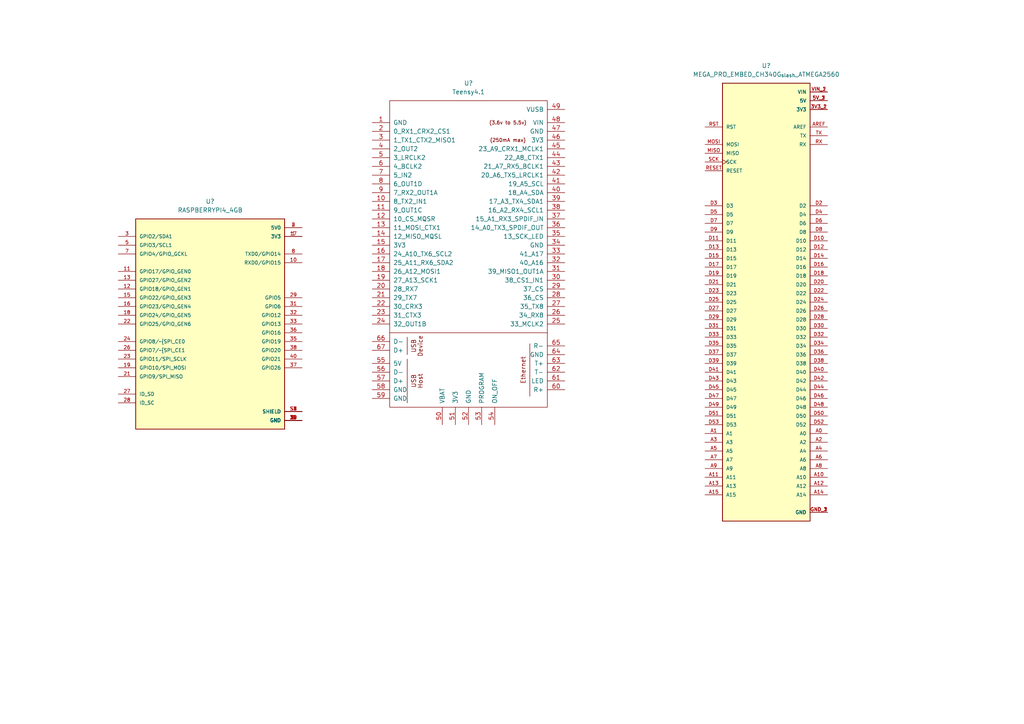
<source format=kicad_sch>
(kicad_sch (version 20211123) (generator eeschema)
  (paper "A4")
  (lib_symbols
    (symbol "MEGA_PRO_EMBED_CH340G___ATMEGA2560:MEGA_PRO_EMBED_CH340G_{slash}_ATMEGA2560" (pin_names (offset 1.016))
      (property "Reference" "U" (at -12.7 63.5 0))
      (property "Value" "MEGA_PRO_EMBED_CH340G_{slash}_ATMEGA2560" (at -12.7 -66.04 0))
      (symbol "MEGA_PRO_EMBED_CH340G_{slash}_ATMEGA2560_0_0"
        (rectangle (start -12.7 -63.5) (end 12.7 63.5) (stroke (width 0.254)) (fill (type background)))
        (pin power_in line (at 17.78 55.88 180) (length 5.08) (name "3V3") (number "3V3_1"))
        (pin power_in line (at 17.78 55.88 180) (length 5.08) (name "3V3") (number "3V3_2"))
        (pin power_in line (at 17.78 58.42 180) (length 5.08) (name "5V") (number "5V_1"))
        (pin power_in line (at 17.78 58.42 180) (length 5.08) (name "5V") (number "5V_2"))
        (pin power_in line (at 17.78 58.42 180) (length 5.08) (name "5V") (number "5V_3"))
        (pin bidirectional line (at 17.78 -38.1 180) (length 5.08) (name "A0") (number "A0"))
        (pin bidirectional line (at -17.78 -38.1 0) (length 5.08) (name "A1") (number "A1"))
        (pin bidirectional line (at 17.78 -50.8 180) (length 5.08) (name "A10") (number "A10"))
        (pin bidirectional line (at -17.78 -50.8 0) (length 5.08) (name "A11") (number "A11"))
        (pin bidirectional line (at 17.78 -53.34 180) (length 5.08) (name "A12") (number "A12"))
        (pin bidirectional line (at -17.78 -53.34 0) (length 5.08) (name "A13") (number "A13"))
        (pin bidirectional line (at 17.78 -55.88 180) (length 5.08) (name "A14") (number "A14"))
        (pin bidirectional line (at -17.78 -55.88 0) (length 5.08) (name "A15") (number "A15"))
        (pin bidirectional line (at 17.78 -40.64 180) (length 5.08) (name "A2") (number "A2"))
        (pin bidirectional line (at -17.78 -40.64 0) (length 5.08) (name "A3") (number "A3"))
        (pin bidirectional line (at 17.78 -43.18 180) (length 5.08) (name "A4") (number "A4"))
        (pin bidirectional line (at -17.78 -43.18 0) (length 5.08) (name "A5") (number "A5"))
        (pin bidirectional line (at 17.78 -45.72 180) (length 5.08) (name "A6") (number "A6"))
        (pin bidirectional line (at -17.78 -45.72 0) (length 5.08) (name "A7") (number "A7"))
        (pin bidirectional line (at 17.78 -48.26 180) (length 5.08) (name "A8") (number "A8"))
        (pin bidirectional line (at -17.78 -48.26 0) (length 5.08) (name "A9") (number "A9"))
        (pin bidirectional line (at 17.78 50.8 180) (length 5.08) (name "AREF") (number "AREF"))
        (pin bidirectional line (at 17.78 17.78 180) (length 5.08) (name "D10") (number "D10"))
        (pin bidirectional line (at -17.78 17.78 0) (length 5.08) (name "D11") (number "D11"))
        (pin bidirectional line (at 17.78 15.24 180) (length 5.08) (name "D12") (number "D12"))
        (pin bidirectional line (at -17.78 15.24 0) (length 5.08) (name "D13") (number "D13"))
        (pin bidirectional line (at 17.78 12.7 180) (length 5.08) (name "D14") (number "D14"))
        (pin bidirectional line (at -17.78 12.7 0) (length 5.08) (name "D15") (number "D15"))
        (pin bidirectional line (at 17.78 10.16 180) (length 5.08) (name "D16") (number "D16"))
        (pin bidirectional line (at -17.78 10.16 0) (length 5.08) (name "D17") (number "D17"))
        (pin bidirectional line (at 17.78 7.62 180) (length 5.08) (name "D18") (number "D18"))
        (pin bidirectional line (at -17.78 7.62 0) (length 5.08) (name "D19") (number "D19"))
        (pin bidirectional line (at 17.78 27.94 180) (length 5.08) (name "D2") (number "D2"))
        (pin bidirectional line (at 17.78 5.08 180) (length 5.08) (name "D20") (number "D20"))
        (pin bidirectional line (at -17.78 5.08 0) (length 5.08) (name "D21") (number "D21"))
        (pin bidirectional line (at 17.78 2.54 180) (length 5.08) (name "D22") (number "D22"))
        (pin bidirectional line (at -17.78 2.54 0) (length 5.08) (name "D23") (number "D23"))
        (pin bidirectional line (at 17.78 0 180) (length 5.08) (name "D24") (number "D24"))
        (pin bidirectional line (at -17.78 0 0) (length 5.08) (name "D25") (number "D25"))
        (pin bidirectional line (at 17.78 -2.54 180) (length 5.08) (name "D26") (number "D26"))
        (pin bidirectional line (at -17.78 -2.54 0) (length 5.08) (name "D27") (number "D27"))
        (pin bidirectional line (at 17.78 -5.08 180) (length 5.08) (name "D28") (number "D28"))
        (pin bidirectional line (at -17.78 -5.08 0) (length 5.08) (name "D29") (number "D29"))
        (pin bidirectional line (at -17.78 27.94 0) (length 5.08) (name "D3") (number "D3"))
        (pin bidirectional line (at 17.78 -7.62 180) (length 5.08) (name "D30") (number "D30"))
        (pin bidirectional line (at -17.78 -7.62 0) (length 5.08) (name "D31") (number "D31"))
        (pin bidirectional line (at 17.78 -10.16 180) (length 5.08) (name "D32") (number "D32"))
        (pin bidirectional line (at -17.78 -10.16 0) (length 5.08) (name "D33") (number "D33"))
        (pin bidirectional line (at 17.78 -12.7 180) (length 5.08) (name "D34") (number "D34"))
        (pin bidirectional line (at -17.78 -12.7 0) (length 5.08) (name "D35") (number "D35"))
        (pin bidirectional line (at 17.78 -15.24 180) (length 5.08) (name "D36") (number "D36"))
        (pin bidirectional line (at -17.78 -15.24 0) (length 5.08) (name "D37") (number "D37"))
        (pin bidirectional line (at 17.78 -17.78 180) (length 5.08) (name "D38") (number "D38"))
        (pin bidirectional line (at -17.78 -17.78 0) (length 5.08) (name "D39") (number "D39"))
        (pin bidirectional line (at 17.78 25.4 180) (length 5.08) (name "D4") (number "D4"))
        (pin bidirectional line (at 17.78 -20.32 180) (length 5.08) (name "D40") (number "D40"))
        (pin bidirectional line (at -17.78 -20.32 0) (length 5.08) (name "D41") (number "D41"))
        (pin bidirectional line (at 17.78 -22.86 180) (length 5.08) (name "D42") (number "D42"))
        (pin bidirectional line (at -17.78 -22.86 0) (length 5.08) (name "D43") (number "D43"))
        (pin bidirectional line (at 17.78 -25.4 180) (length 5.08) (name "D44") (number "D44"))
        (pin bidirectional line (at -17.78 -25.4 0) (length 5.08) (name "D45") (number "D45"))
        (pin bidirectional line (at 17.78 -27.94 180) (length 5.08) (name "D46") (number "D46"))
        (pin bidirectional line (at -17.78 -27.94 0) (length 5.08) (name "D47") (number "D47"))
        (pin bidirectional line (at 17.78 -30.48 180) (length 5.08) (name "D48") (number "D48"))
        (pin bidirectional line (at -17.78 -30.48 0) (length 5.08) (name "D49") (number "D49"))
        (pin bidirectional line (at -17.78 25.4 0) (length 5.08) (name "D5") (number "D5"))
        (pin bidirectional line (at 17.78 -33.02 180) (length 5.08) (name "D50") (number "D50"))
        (pin bidirectional line (at -17.78 -33.02 0) (length 5.08) (name "D51") (number "D51"))
        (pin bidirectional line (at 17.78 -35.56 180) (length 5.08) (name "D52") (number "D52"))
        (pin bidirectional line (at -17.78 -35.56 0) (length 5.08) (name "D53") (number "D53"))
        (pin bidirectional line (at 17.78 22.86 180) (length 5.08) (name "D6") (number "D6"))
        (pin bidirectional line (at -17.78 22.86 0) (length 5.08) (name "D7") (number "D7"))
        (pin bidirectional line (at 17.78 20.32 180) (length 5.08) (name "D8") (number "D8"))
        (pin bidirectional line (at -17.78 20.32 0) (length 5.08) (name "D9") (number "D9"))
        (pin power_in line (at 17.78 -60.96 180) (length 5.08) (name "GND") (number "GND_1"))
        (pin power_in line (at 17.78 -60.96 180) (length 5.08) (name "GND") (number "GND_2"))
        (pin power_in line (at 17.78 -60.96 180) (length 5.08) (name "GND") (number "GND_3"))
        (pin bidirectional line (at -17.78 43.18 0) (length 5.08) (name "MISO") (number "MISO"))
        (pin bidirectional line (at -17.78 45.72 0) (length 5.08) (name "MOSI") (number "MOSI"))
        (pin input line (at -17.78 38.1 0) (length 5.08) (name "RESET") (number "RESET"))
        (pin input line (at -17.78 50.8 0) (length 5.08) (name "RST") (number "RST"))
        (pin input line (at 17.78 45.72 180) (length 5.08) (name "RX") (number "RX"))
        (pin bidirectional clock (at -17.78 40.64 0) (length 5.08) (name "SCK") (number "SCK"))
        (pin output line (at 17.78 48.26 180) (length 5.08) (name "TX") (number "TX"))
        (pin power_in line (at 17.78 60.96 180) (length 5.08) (name "VIN") (number "VIN_1"))
        (pin power_in line (at 17.78 60.96 180) (length 5.08) (name "VIN") (number "VIN_2"))
      )
    )
    (symbol "RASPBERRYPI4_4GB:RASPBERRYPI4_4GB" (pin_names (offset 1.016))
      (property "Reference" "U" (at -22.86 27.94 0))
      (property "Value" "RASPBERRYPI4_4GB" (at -22.86 -37.465 0))
      (symbol "RASPBERRYPI4_4GB_0_0"
        (rectangle (start -22.86 -35.56) (end 20.32 25.4) (stroke (width 0.254)) (fill (type background)))
        (pin power_in line (at 25.4 20.32 180) (length 5.08) (name "3V3") (number "1"))
        (pin bidirectional line (at 25.4 12.7 180) (length 5.08) (name "RXD0/GPIO15") (number "10"))
        (pin bidirectional line (at -27.94 10.16 0) (length 5.08) (name "GPIO17/GPIO_GEN0") (number "11"))
        (pin bidirectional line (at -27.94 5.08 0) (length 5.08) (name "GPIO18/GPIO_GEN1") (number "12"))
        (pin bidirectional line (at -27.94 7.62 0) (length 5.08) (name "GPIO27/GPIO_GEN2") (number "13"))
        (pin power_in line (at 25.4 -33.02 180) (length 5.08) (name "GND") (number "14"))
        (pin bidirectional line (at -27.94 2.54 0) (length 5.08) (name "GPIO22/GPIO_GEN3") (number "15"))
        (pin bidirectional line (at -27.94 0 0) (length 5.08) (name "GPIO23/GPIO_GEN4") (number "16"))
        (pin power_in line (at 25.4 20.32 180) (length 5.08) (name "3V3") (number "17"))
        (pin bidirectional line (at -27.94 -2.54 0) (length 5.08) (name "GPIO24/GPIO_GEN5") (number "18"))
        (pin bidirectional line (at -27.94 -17.78 0) (length 5.08) (name "GPIO10/SPI_MOSI") (number "19"))
        (pin power_in line (at 25.4 22.86 180) (length 5.08) (name "5V0") (number "2"))
        (pin power_in line (at 25.4 -33.02 180) (length 5.08) (name "GND") (number "20"))
        (pin bidirectional line (at -27.94 -20.32 0) (length 5.08) (name "GPIO9/SPI_MISO") (number "21"))
        (pin bidirectional line (at -27.94 -5.08 0) (length 5.08) (name "GPIO25/GPIO_GEN6") (number "22"))
        (pin bidirectional line (at -27.94 -15.24 0) (length 5.08) (name "GPIO11/SPI_SCLK") (number "23"))
        (pin bidirectional line (at -27.94 -10.16 0) (length 5.08) (name "GPIO8/~{SPI_CE0~{}") (number "24"))
        (pin power_in line (at 25.4 -33.02 180) (length 5.08) (name "GND") (number "25"))
        (pin bidirectional line (at -27.94 -12.7 0) (length 5.08) (name "GPIO7/~{SPI_CE1~{}") (number "26"))
        (pin bidirectional line (at -27.94 -25.4 0) (length 5.08) (name "ID_SD") (number "27"))
        (pin bidirectional line (at -27.94 -27.94 0) (length 5.08) (name "ID_SC") (number "28"))
        (pin bidirectional line (at 25.4 2.54 180) (length 5.08) (name "GPIO5") (number "29"))
        (pin bidirectional line (at -27.94 20.32 0) (length 5.08) (name "GPIO2/SDA1") (number "3"))
        (pin power_in line (at 25.4 -33.02 180) (length 5.08) (name "GND") (number "30"))
        (pin bidirectional line (at 25.4 0 180) (length 5.08) (name "GPIO6") (number "31"))
        (pin bidirectional line (at 25.4 -2.54 180) (length 5.08) (name "GPIO12") (number "32"))
        (pin bidirectional line (at 25.4 -5.08 180) (length 5.08) (name "GPIO13") (number "33"))
        (pin power_in line (at 25.4 -33.02 180) (length 5.08) (name "GND") (number "34"))
        (pin bidirectional line (at 25.4 -10.16 180) (length 5.08) (name "GPIO19") (number "35"))
        (pin bidirectional line (at 25.4 -7.62 180) (length 5.08) (name "GPIO16") (number "36"))
        (pin bidirectional line (at 25.4 -17.78 180) (length 5.08) (name "GPIO26") (number "37"))
        (pin bidirectional line (at 25.4 -12.7 180) (length 5.08) (name "GPIO20") (number "38"))
        (pin power_in line (at 25.4 -33.02 180) (length 5.08) (name "GND") (number "39"))
        (pin power_in line (at 25.4 22.86 180) (length 5.08) (name "5V0") (number "4"))
        (pin bidirectional line (at 25.4 -15.24 180) (length 5.08) (name "GPIO21") (number "40"))
        (pin bidirectional line (at -27.94 17.78 0) (length 5.08) (name "GPIO3/SCL1") (number "5"))
        (pin power_in line (at 25.4 -33.02 180) (length 5.08) (name "GND") (number "6"))
        (pin bidirectional line (at -27.94 15.24 0) (length 5.08) (name "GPIO4/GPIO_GCKL") (number "7"))
        (pin bidirectional line (at 25.4 15.24 180) (length 5.08) (name "TXD0/GPIO14") (number "8"))
        (pin power_in line (at 25.4 -33.02 180) (length 5.08) (name "GND") (number "9"))
        (pin power_in line (at 25.4 -30.48 180) (length 5.08) (name "SHIELD") (number "S1"))
        (pin power_in line (at 25.4 -30.48 180) (length 5.08) (name "SHIELD") (number "S2"))
        (pin power_in line (at 25.4 -30.48 180) (length 5.08) (name "SHIELD") (number "S3"))
        (pin power_in line (at 25.4 -30.48 180) (length 5.08) (name "SHIELD") (number "S4"))
      )
    )
    (symbol "teensy:Teensy4.1" (pin_names (offset 1.016))
      (property "Reference" "U" (at 0 64.77 0))
      (property "Value" "Teensy4.1" (at 0 62.23 0))
      (symbol "Teensy4.1_0_0"
        (polyline (pts (xy -22.86 -6.35) (xy 22.86 -6.35)))
        (polyline (pts (xy -17.78 -26.67) (xy -17.78 -13.97)))
        (polyline (pts (xy -17.78 -7.62) (xy -17.78 -12.7)))
        (polyline (pts (xy 17.78 -9.525) (xy 17.78 -24.765)))
        (text "(250mA max)" (at 11.43 49.53 0) (effects (font (size 1.016 1.016))))
        (text "(3.6v to 5.5v)" (at 11.43 54.61 0) (effects (font (size 1.016 1.016))))
        (text "Device" (at -13.97 -10.16 900) (effects (font (size 1.27 1.27))))
        (text "Ethernet" (at 15.875 -17.145 900) (effects (font (size 1.27 1.27))))
        (text "Host" (at -13.97 -20.32 900) (effects (font (size 1.27 1.27))))
        (text "USB" (at -15.875 -20.32 900) (effects (font (size 1.27 1.27))))
        (text "USB" (at -15.875 -10.16 900) (effects (font (size 1.27 1.27))))
        (pin bidirectional line (at -27.94 31.75 0) (length 5.08) (name "8_TX2_IN1") (number "10"))
        (pin bidirectional line (at -27.94 29.21 0) (length 5.08) (name "9_OUT1C") (number "11"))
        (pin bidirectional line (at -27.94 26.67 0) (length 5.08) (name "10_CS_MQSR") (number "12"))
        (pin bidirectional line (at -27.94 24.13 0) (length 5.08) (name "11_MOSI_CTX1") (number "13"))
        (pin bidirectional line (at -27.94 21.59 0) (length 5.08) (name "12_MISO_MQSL") (number "14"))
        (pin power_in line (at -27.94 19.05 0) (length 5.08) (name "3V3") (number "15"))
        (pin bidirectional line (at -27.94 16.51 0) (length 5.08) (name "24_A10_TX6_SCL2") (number "16"))
        (pin bidirectional line (at -27.94 13.97 0) (length 5.08) (name "25_A11_RX6_SDA2") (number "17"))
        (pin bidirectional line (at -27.94 11.43 0) (length 5.08) (name "26_A12_MOSI1") (number "18"))
        (pin bidirectional line (at -27.94 8.89 0) (length 5.08) (name "27_A13_SCK1") (number "19"))
        (pin bidirectional line (at -27.94 6.35 0) (length 5.08) (name "28_RX7") (number "20"))
        (pin bidirectional line (at -27.94 3.81 0) (length 5.08) (name "29_TX7") (number "21"))
        (pin bidirectional line (at -27.94 1.27 0) (length 5.08) (name "30_CRX3") (number "22"))
        (pin bidirectional line (at -27.94 -1.27 0) (length 5.08) (name "31_CTX3") (number "23"))
        (pin bidirectional line (at -27.94 -3.81 0) (length 5.08) (name "32_OUT1B") (number "24"))
        (pin bidirectional line (at 27.94 -3.81 180) (length 5.08) (name "33_MCLK2") (number "25"))
        (pin bidirectional line (at 27.94 -1.27 180) (length 5.08) (name "34_RX8") (number "26"))
        (pin bidirectional line (at 27.94 1.27 180) (length 5.08) (name "35_TX8") (number "27"))
        (pin bidirectional line (at 27.94 3.81 180) (length 5.08) (name "36_CS") (number "28"))
        (pin bidirectional line (at 27.94 6.35 180) (length 5.08) (name "37_CS") (number "29"))
        (pin bidirectional line (at 27.94 8.89 180) (length 5.08) (name "38_CS1_IN1") (number "30"))
        (pin bidirectional line (at 27.94 11.43 180) (length 5.08) (name "39_MISO1_OUT1A") (number "31"))
        (pin bidirectional line (at 27.94 13.97 180) (length 5.08) (name "40_A16") (number "32"))
        (pin bidirectional line (at 27.94 16.51 180) (length 5.08) (name "41_A17") (number "33"))
        (pin bidirectional line (at 27.94 21.59 180) (length 5.08) (name "13_SCK_LED") (number "35"))
        (pin bidirectional line (at 27.94 24.13 180) (length 5.08) (name "14_A0_TX3_SPDIF_OUT") (number "36"))
        (pin bidirectional line (at 27.94 26.67 180) (length 5.08) (name "15_A1_RX3_SPDIF_IN") (number "37"))
        (pin bidirectional line (at 27.94 29.21 180) (length 5.08) (name "16_A2_RX4_SCL1") (number "38"))
        (pin bidirectional line (at 27.94 31.75 180) (length 5.08) (name "17_A3_TX4_SDA1") (number "39"))
        (pin bidirectional line (at 27.94 34.29 180) (length 5.08) (name "18_A4_SDA") (number "40"))
        (pin bidirectional line (at 27.94 36.83 180) (length 5.08) (name "19_A5_SCL") (number "41"))
        (pin bidirectional line (at 27.94 39.37 180) (length 5.08) (name "20_A6_TX5_LRCLK1") (number "42"))
        (pin bidirectional line (at 27.94 41.91 180) (length 5.08) (name "21_A7_RX5_BCLK1") (number "43"))
        (pin bidirectional line (at 27.94 44.45 180) (length 5.08) (name "22_A8_CTX1") (number "44"))
        (pin bidirectional line (at 27.94 46.99 180) (length 5.08) (name "23_A9_CRX1_MCLK1") (number "45"))
        (pin output line (at 27.94 49.53 180) (length 5.08) (name "3V3") (number "46"))
        (pin output line (at 27.94 52.07 180) (length 5.08) (name "GND") (number "47"))
        (pin power_in line (at 27.94 54.61 180) (length 5.08) (name "VIN") (number "48"))
        (pin power_out line (at 27.94 58.42 180) (length 5.08) (name "VUSB") (number "49"))
        (pin bidirectional line (at -27.94 44.45 0) (length 5.08) (name "3_LRCLK2") (number "5"))
        (pin power_in line (at -7.62 -33.02 90) (length 5.08) (name "VBAT") (number "50"))
        (pin power_in line (at -3.81 -33.02 90) (length 5.08) (name "3V3") (number "51"))
        (pin input line (at 0 -33.02 90) (length 5.08) (name "GND") (number "52"))
        (pin input line (at 3.81 -33.02 90) (length 5.08) (name "PROGRAM") (number "53"))
        (pin input line (at 7.62 -33.02 90) (length 5.08) (name "ON_OFF") (number "54"))
        (pin power_out line (at -27.94 -15.24 0) (length 5.08) (name "5V") (number "55"))
        (pin bidirectional line (at -27.94 -17.78 0) (length 5.08) (name "D-") (number "56"))
        (pin bidirectional line (at -27.94 -20.32 0) (length 5.08) (name "D+") (number "57"))
        (pin power_in line (at -27.94 -22.86 0) (length 5.08) (name "GND") (number "58"))
        (pin power_in line (at -27.94 -25.4 0) (length 5.08) (name "GND") (number "59"))
        (pin bidirectional line (at -27.94 41.91 0) (length 5.08) (name "4_BCLK2") (number "6"))
        (pin bidirectional line (at 27.94 -22.86 180) (length 5.08) (name "R+") (number "60"))
        (pin bidirectional line (at 27.94 -20.32 180) (length 5.08) (name "LED") (number "61"))
        (pin bidirectional line (at 27.94 -17.78 180) (length 5.08) (name "T-") (number "62"))
        (pin bidirectional line (at 27.94 -15.24 180) (length 5.08) (name "T+") (number "63"))
        (pin power_in line (at 27.94 -12.7 180) (length 5.08) (name "GND") (number "64"))
        (pin bidirectional line (at 27.94 -10.16 180) (length 5.08) (name "R-") (number "65"))
        (pin bidirectional line (at -27.94 -8.89 0) (length 5.08) (name "D-") (number "66"))
        (pin bidirectional line (at -27.94 -11.43 0) (length 5.08) (name "D+") (number "67"))
        (pin bidirectional line (at -27.94 39.37 0) (length 5.08) (name "5_IN2") (number "7"))
        (pin bidirectional line (at -27.94 36.83 0) (length 5.08) (name "6_OUT1D") (number "8"))
        (pin bidirectional line (at -27.94 34.29 0) (length 5.08) (name "7_RX2_OUT1A") (number "9"))
      )
      (symbol "Teensy4.1_0_1"
        (rectangle (start -22.86 60.96) (end 22.86 -27.94))
        (rectangle (start -20.32 -1.27) (end -20.32 -1.27))
      )
      (symbol "Teensy4.1_1_1"
        (pin power_in line (at -27.94 54.61 0) (length 5.08) (name "GND") (number "1"))
        (pin bidirectional line (at -27.94 52.07 0) (length 5.08) (name "0_RX1_CRX2_CS1") (number "2"))
        (pin bidirectional line (at -27.94 49.53 0) (length 5.08) (name "1_TX1_CTX2_MISO1") (number "3"))
        (pin power_in line (at 27.94 19.05 180) (length 5.08) (name "GND") (number "34"))
        (pin bidirectional line (at -27.94 46.99 0) (length 5.08) (name "2_OUT2") (number "4"))
      )
    )
  )
  (symbol (lib_id "teensy:Teensy4.1") (at 135.89 90.17 0) (unit 1)
    (property "Reference" "U?" (at 135.89 24.13 0))
    (property "Value" "Teensy4.1" (at 135.89 26.67 0))
    (property "Footprint" "teensy:Teensy41" (effects hide))
  )
  (symbol (lib_id "MEGA_PRO_EMBED_CH340G___ATMEGA2560:MEGA_PRO_EMBED_CH340G_{slash}_ATMEGA2560") (at 222.25 87.63 0) (unit 1)
    (property "Reference" "U?" (at 222.25 19.05 0))
    (property "Value" "MEGA_PRO_EMBED_CH340G_{slash}_ATMEGA2560" (at 222.25 21.59 0))
    (property "Footprint" "Mega pro:MODULE_MEGA_PRO_EMBED_CH340G___ATMEGA2560" (effects hide))
    (property "PARTREV" "12/May/2017" (effects hide))
    (property "MANUFACTURER" "Robotdyn" (effects hide))
    (property "STANDARD" "Manufacturer Recommendations" (effects hide))
  )
  (symbol (lib_id "RASPBERRYPI4_4GB:RASPBERRYPI4_4GB") (at 62.23 88.9 0) (unit 1)
    (property "Reference" "U?" (at 60.96 58.42 0))
    (property "Value" "RASPBERRYPI4_4GB" (at 60.96 60.96 0))
    (property "Footprint" "Raspberry:MODULE_RASPBERRYPI4_4GB" (effects hide))
    (property "PARTREV" "1.0" (effects hide))
    (property "STANDARD" "Manufacturer Recommendations" (effects hide))
    (property "MANUFACTURER" "Raspberry Pi" (effects hide))
    (property "MAXIMUM_PACKAGE_HIEGHT" "18mm" (effects hide))
  )
)
</source>
